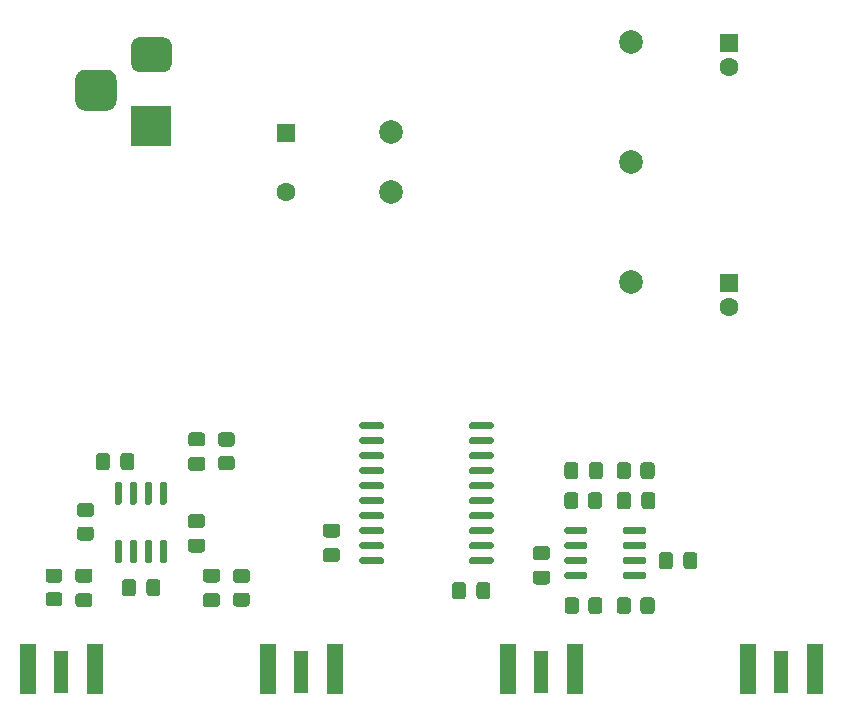
<source format=gbr>
%TF.GenerationSoftware,KiCad,Pcbnew,(5.1.9)-1*%
%TF.CreationDate,2021-05-02T14:53:51-04:00*%
%TF.ProjectId,openEPR_Lock-In,6f70656e-4550-4525-9f4c-6f636b2d496e,rev?*%
%TF.SameCoordinates,Original*%
%TF.FileFunction,Soldermask,Top*%
%TF.FilePolarity,Negative*%
%FSLAX46Y46*%
G04 Gerber Fmt 4.6, Leading zero omitted, Abs format (unit mm)*
G04 Created by KiCad (PCBNEW (5.1.9)-1) date 2021-05-02 14:53:51*
%MOMM*%
%LPD*%
G01*
G04 APERTURE LIST*
%ADD10C,2.000000*%
%ADD11R,1.350000X4.200000*%
%ADD12R,1.270000X3.600000*%
%ADD13R,3.500000X3.500000*%
%ADD14R,1.600000X1.600000*%
%ADD15C,1.600000*%
G04 APERTURE END LIST*
%TO.C,R7*%
G36*
G01*
X88992000Y-78289999D02*
X88992000Y-79190001D01*
G75*
G02*
X88742001Y-79440000I-249999J0D01*
G01*
X88041999Y-79440000D01*
G75*
G02*
X87792000Y-79190001I0J249999D01*
G01*
X87792000Y-78289999D01*
G75*
G02*
X88041999Y-78040000I249999J0D01*
G01*
X88742001Y-78040000D01*
G75*
G02*
X88992000Y-78289999I0J-249999D01*
G01*
G37*
G36*
G01*
X86992000Y-78289999D02*
X86992000Y-79190001D01*
G75*
G02*
X86742001Y-79440000I-249999J0D01*
G01*
X86041999Y-79440000D01*
G75*
G02*
X85792000Y-79190001I0J249999D01*
G01*
X85792000Y-78289999D01*
G75*
G02*
X86041999Y-78040000I249999J0D01*
G01*
X86742001Y-78040000D01*
G75*
G02*
X86992000Y-78289999I0J-249999D01*
G01*
G37*
%TD*%
D10*
%TO.C,U4*%
X71120000Y-38608000D03*
X71120000Y-43688000D03*
X91440000Y-51308000D03*
X91440000Y-41148000D03*
X91440000Y-30988000D03*
%TD*%
%TO.C,C1*%
G36*
G01*
X44610000Y-75612500D02*
X45560000Y-75612500D01*
G75*
G02*
X45810000Y-75862500I0J-250000D01*
G01*
X45810000Y-76537500D01*
G75*
G02*
X45560000Y-76787500I-250000J0D01*
G01*
X44610000Y-76787500D01*
G75*
G02*
X44360000Y-76537500I0J250000D01*
G01*
X44360000Y-75862500D01*
G75*
G02*
X44610000Y-75612500I250000J0D01*
G01*
G37*
G36*
G01*
X44610000Y-77687500D02*
X45560000Y-77687500D01*
G75*
G02*
X45810000Y-77937500I0J-250000D01*
G01*
X45810000Y-78612500D01*
G75*
G02*
X45560000Y-78862500I-250000J0D01*
G01*
X44610000Y-78862500D01*
G75*
G02*
X44360000Y-78612500I0J250000D01*
G01*
X44360000Y-77937500D01*
G75*
G02*
X44610000Y-77687500I250000J0D01*
G01*
G37*
%TD*%
%TO.C,C2*%
G36*
G01*
X49482500Y-76741000D02*
X49482500Y-77691000D01*
G75*
G02*
X49232500Y-77941000I-250000J0D01*
G01*
X48557500Y-77941000D01*
G75*
G02*
X48307500Y-77691000I0J250000D01*
G01*
X48307500Y-76741000D01*
G75*
G02*
X48557500Y-76491000I250000J0D01*
G01*
X49232500Y-76491000D01*
G75*
G02*
X49482500Y-76741000I0J-250000D01*
G01*
G37*
G36*
G01*
X51557500Y-76741000D02*
X51557500Y-77691000D01*
G75*
G02*
X51307500Y-77941000I-250000J0D01*
G01*
X50632500Y-77941000D01*
G75*
G02*
X50382500Y-77691000I0J250000D01*
G01*
X50382500Y-76741000D01*
G75*
G02*
X50632500Y-76491000I250000J0D01*
G01*
X51307500Y-76491000D01*
G75*
G02*
X51557500Y-76741000I0J-250000D01*
G01*
G37*
%TD*%
%TO.C,C3*%
G36*
G01*
X56355000Y-76787500D02*
X55405000Y-76787500D01*
G75*
G02*
X55155000Y-76537500I0J250000D01*
G01*
X55155000Y-75862500D01*
G75*
G02*
X55405000Y-75612500I250000J0D01*
G01*
X56355000Y-75612500D01*
G75*
G02*
X56605000Y-75862500I0J-250000D01*
G01*
X56605000Y-76537500D01*
G75*
G02*
X56355000Y-76787500I-250000J0D01*
G01*
G37*
G36*
G01*
X56355000Y-78862500D02*
X55405000Y-78862500D01*
G75*
G02*
X55155000Y-78612500I0J250000D01*
G01*
X55155000Y-77937500D01*
G75*
G02*
X55405000Y-77687500I250000J0D01*
G01*
X56355000Y-77687500D01*
G75*
G02*
X56605000Y-77937500I0J-250000D01*
G01*
X56605000Y-78612500D01*
G75*
G02*
X56355000Y-78862500I-250000J0D01*
G01*
G37*
%TD*%
%TO.C,C4*%
G36*
G01*
X93467500Y-69375000D02*
X93467500Y-70325000D01*
G75*
G02*
X93217500Y-70575000I-250000J0D01*
G01*
X92542500Y-70575000D01*
G75*
G02*
X92292500Y-70325000I0J250000D01*
G01*
X92292500Y-69375000D01*
G75*
G02*
X92542500Y-69125000I250000J0D01*
G01*
X93217500Y-69125000D01*
G75*
G02*
X93467500Y-69375000I0J-250000D01*
G01*
G37*
G36*
G01*
X91392500Y-69375000D02*
X91392500Y-70325000D01*
G75*
G02*
X91142500Y-70575000I-250000J0D01*
G01*
X90467500Y-70575000D01*
G75*
G02*
X90217500Y-70325000I0J250000D01*
G01*
X90217500Y-69375000D01*
G75*
G02*
X90467500Y-69125000I250000J0D01*
G01*
X91142500Y-69125000D01*
G75*
G02*
X91392500Y-69375000I0J-250000D01*
G01*
G37*
%TD*%
%TO.C,C5*%
G36*
G01*
X54160400Y-64080900D02*
X55110400Y-64080900D01*
G75*
G02*
X55360400Y-64330900I0J-250000D01*
G01*
X55360400Y-65005900D01*
G75*
G02*
X55110400Y-65255900I-250000J0D01*
G01*
X54160400Y-65255900D01*
G75*
G02*
X53910400Y-65005900I0J250000D01*
G01*
X53910400Y-64330900D01*
G75*
G02*
X54160400Y-64080900I250000J0D01*
G01*
G37*
G36*
G01*
X54160400Y-66155900D02*
X55110400Y-66155900D01*
G75*
G02*
X55360400Y-66405900I0J-250000D01*
G01*
X55360400Y-67080900D01*
G75*
G02*
X55110400Y-67330900I-250000J0D01*
G01*
X54160400Y-67330900D01*
G75*
G02*
X53910400Y-67080900I0J250000D01*
G01*
X53910400Y-66405900D01*
G75*
G02*
X54160400Y-66155900I250000J0D01*
G01*
G37*
%TD*%
%TO.C,C6*%
G36*
G01*
X86947500Y-66835000D02*
X86947500Y-67785000D01*
G75*
G02*
X86697500Y-68035000I-250000J0D01*
G01*
X86022500Y-68035000D01*
G75*
G02*
X85772500Y-67785000I0J250000D01*
G01*
X85772500Y-66835000D01*
G75*
G02*
X86022500Y-66585000I250000J0D01*
G01*
X86697500Y-66585000D01*
G75*
G02*
X86947500Y-66835000I0J-250000D01*
G01*
G37*
G36*
G01*
X89022500Y-66835000D02*
X89022500Y-67785000D01*
G75*
G02*
X88772500Y-68035000I-250000J0D01*
G01*
X88097500Y-68035000D01*
G75*
G02*
X87847500Y-67785000I0J250000D01*
G01*
X87847500Y-66835000D01*
G75*
G02*
X88097500Y-66585000I250000J0D01*
G01*
X88772500Y-66585000D01*
G75*
G02*
X89022500Y-66835000I0J-250000D01*
G01*
G37*
%TD*%
%TO.C,C8*%
G36*
G01*
X49355500Y-66073000D02*
X49355500Y-67023000D01*
G75*
G02*
X49105500Y-67273000I-250000J0D01*
G01*
X48430500Y-67273000D01*
G75*
G02*
X48180500Y-67023000I0J250000D01*
G01*
X48180500Y-66073000D01*
G75*
G02*
X48430500Y-65823000I250000J0D01*
G01*
X49105500Y-65823000D01*
G75*
G02*
X49355500Y-66073000I0J-250000D01*
G01*
G37*
G36*
G01*
X47280500Y-66073000D02*
X47280500Y-67023000D01*
G75*
G02*
X47030500Y-67273000I-250000J0D01*
G01*
X46355500Y-67273000D01*
G75*
G02*
X46105500Y-67023000I0J250000D01*
G01*
X46105500Y-66073000D01*
G75*
G02*
X46355500Y-65823000I250000J0D01*
G01*
X47030500Y-65823000D01*
G75*
G02*
X47280500Y-66073000I0J-250000D01*
G01*
G37*
%TD*%
%TO.C,C10*%
G36*
G01*
X95848500Y-75405000D02*
X95848500Y-74455000D01*
G75*
G02*
X96098500Y-74205000I250000J0D01*
G01*
X96773500Y-74205000D01*
G75*
G02*
X97023500Y-74455000I0J-250000D01*
G01*
X97023500Y-75405000D01*
G75*
G02*
X96773500Y-75655000I-250000J0D01*
G01*
X96098500Y-75655000D01*
G75*
G02*
X95848500Y-75405000I0J250000D01*
G01*
G37*
G36*
G01*
X93773500Y-75405000D02*
X93773500Y-74455000D01*
G75*
G02*
X94023500Y-74205000I250000J0D01*
G01*
X94698500Y-74205000D01*
G75*
G02*
X94948500Y-74455000I0J-250000D01*
G01*
X94948500Y-75405000D01*
G75*
G02*
X94698500Y-75655000I-250000J0D01*
G01*
X94023500Y-75655000D01*
G75*
G02*
X93773500Y-75405000I0J250000D01*
G01*
G37*
%TD*%
%TO.C,C12*%
G36*
G01*
X79497500Y-76995000D02*
X79497500Y-77945000D01*
G75*
G02*
X79247500Y-78195000I-250000J0D01*
G01*
X78572500Y-78195000D01*
G75*
G02*
X78322500Y-77945000I0J250000D01*
G01*
X78322500Y-76995000D01*
G75*
G02*
X78572500Y-76745000I250000J0D01*
G01*
X79247500Y-76745000D01*
G75*
G02*
X79497500Y-76995000I0J-250000D01*
G01*
G37*
G36*
G01*
X77422500Y-76995000D02*
X77422500Y-77945000D01*
G75*
G02*
X77172500Y-78195000I-250000J0D01*
G01*
X76497500Y-78195000D01*
G75*
G02*
X76247500Y-77945000I0J250000D01*
G01*
X76247500Y-76995000D01*
G75*
G02*
X76497500Y-76745000I250000J0D01*
G01*
X77172500Y-76745000D01*
G75*
G02*
X77422500Y-76995000I0J-250000D01*
G01*
G37*
%TD*%
D11*
%TO.C,J1*%
X60675000Y-84128000D03*
X66325000Y-84128000D03*
D12*
X63500000Y-84328000D03*
%TD*%
%TO.C,J2*%
X43180000Y-84328000D03*
D11*
X46005000Y-84128000D03*
X40355000Y-84128000D03*
%TD*%
%TO.C,J3*%
X101315000Y-84128000D03*
X106965000Y-84128000D03*
D12*
X104140000Y-84328000D03*
%TD*%
D13*
%TO.C,J4*%
X50800000Y-38100000D03*
G36*
G01*
X49800000Y-30600000D02*
X51800000Y-30600000D01*
G75*
G02*
X52550000Y-31350000I0J-750000D01*
G01*
X52550000Y-32850000D01*
G75*
G02*
X51800000Y-33600000I-750000J0D01*
G01*
X49800000Y-33600000D01*
G75*
G02*
X49050000Y-32850000I0J750000D01*
G01*
X49050000Y-31350000D01*
G75*
G02*
X49800000Y-30600000I750000J0D01*
G01*
G37*
G36*
G01*
X45225000Y-33350000D02*
X46975000Y-33350000D01*
G75*
G02*
X47850000Y-34225000I0J-875000D01*
G01*
X47850000Y-35975000D01*
G75*
G02*
X46975000Y-36850000I-875000J0D01*
G01*
X45225000Y-36850000D01*
G75*
G02*
X44350000Y-35975000I0J875000D01*
G01*
X44350000Y-34225000D01*
G75*
G02*
X45225000Y-33350000I875000J0D01*
G01*
G37*
%TD*%
%TO.C,R1*%
G36*
G01*
X42094999Y-75600000D02*
X42995001Y-75600000D01*
G75*
G02*
X43245000Y-75849999I0J-249999D01*
G01*
X43245000Y-76550001D01*
G75*
G02*
X42995001Y-76800000I-249999J0D01*
G01*
X42094999Y-76800000D01*
G75*
G02*
X41845000Y-76550001I0J249999D01*
G01*
X41845000Y-75849999D01*
G75*
G02*
X42094999Y-75600000I249999J0D01*
G01*
G37*
G36*
G01*
X42094999Y-77600000D02*
X42995001Y-77600000D01*
G75*
G02*
X43245000Y-77849999I0J-249999D01*
G01*
X43245000Y-78550001D01*
G75*
G02*
X42995001Y-78800000I-249999J0D01*
G01*
X42094999Y-78800000D01*
G75*
G02*
X41845000Y-78550001I0J249999D01*
G01*
X41845000Y-77849999D01*
G75*
G02*
X42094999Y-77600000I249999J0D01*
G01*
G37*
%TD*%
%TO.C,R2*%
G36*
G01*
X57969999Y-77632000D02*
X58870001Y-77632000D01*
G75*
G02*
X59120000Y-77881999I0J-249999D01*
G01*
X59120000Y-78582001D01*
G75*
G02*
X58870001Y-78832000I-249999J0D01*
G01*
X57969999Y-78832000D01*
G75*
G02*
X57720000Y-78582001I0J249999D01*
G01*
X57720000Y-77881999D01*
G75*
G02*
X57969999Y-77632000I249999J0D01*
G01*
G37*
G36*
G01*
X57969999Y-75632000D02*
X58870001Y-75632000D01*
G75*
G02*
X59120000Y-75881999I0J-249999D01*
G01*
X59120000Y-76582001D01*
G75*
G02*
X58870001Y-76832000I-249999J0D01*
G01*
X57969999Y-76832000D01*
G75*
G02*
X57720000Y-76582001I0J249999D01*
G01*
X57720000Y-75881999D01*
G75*
G02*
X57969999Y-75632000I249999J0D01*
G01*
G37*
%TD*%
%TO.C,R3*%
G36*
G01*
X44761999Y-72044000D02*
X45662001Y-72044000D01*
G75*
G02*
X45912000Y-72293999I0J-249999D01*
G01*
X45912000Y-72994001D01*
G75*
G02*
X45662001Y-73244000I-249999J0D01*
G01*
X44761999Y-73244000D01*
G75*
G02*
X44512000Y-72994001I0J249999D01*
G01*
X44512000Y-72293999D01*
G75*
G02*
X44761999Y-72044000I249999J0D01*
G01*
G37*
G36*
G01*
X44761999Y-70044000D02*
X45662001Y-70044000D01*
G75*
G02*
X45912000Y-70293999I0J-249999D01*
G01*
X45912000Y-70994001D01*
G75*
G02*
X45662001Y-71244000I-249999J0D01*
G01*
X44761999Y-71244000D01*
G75*
G02*
X44512000Y-70994001I0J249999D01*
G01*
X44512000Y-70293999D01*
G75*
G02*
X44761999Y-70044000I249999J0D01*
G01*
G37*
%TD*%
%TO.C,R4*%
G36*
G01*
X91405000Y-66859999D02*
X91405000Y-67760001D01*
G75*
G02*
X91155001Y-68010000I-249999J0D01*
G01*
X90454999Y-68010000D01*
G75*
G02*
X90205000Y-67760001I0J249999D01*
G01*
X90205000Y-66859999D01*
G75*
G02*
X90454999Y-66610000I249999J0D01*
G01*
X91155001Y-66610000D01*
G75*
G02*
X91405000Y-66859999I0J-249999D01*
G01*
G37*
G36*
G01*
X93405000Y-66859999D02*
X93405000Y-67760001D01*
G75*
G02*
X93155001Y-68010000I-249999J0D01*
G01*
X92454999Y-68010000D01*
G75*
G02*
X92205000Y-67760001I0J249999D01*
G01*
X92205000Y-66859999D01*
G75*
G02*
X92454999Y-66610000I249999J0D01*
G01*
X93155001Y-66610000D01*
G75*
G02*
X93405000Y-66859999I0J-249999D01*
G01*
G37*
%TD*%
%TO.C,R5*%
G36*
G01*
X88960000Y-69399999D02*
X88960000Y-70300001D01*
G75*
G02*
X88710001Y-70550000I-249999J0D01*
G01*
X88009999Y-70550000D01*
G75*
G02*
X87760000Y-70300001I0J249999D01*
G01*
X87760000Y-69399999D01*
G75*
G02*
X88009999Y-69150000I249999J0D01*
G01*
X88710001Y-69150000D01*
G75*
G02*
X88960000Y-69399999I0J-249999D01*
G01*
G37*
G36*
G01*
X86960000Y-69399999D02*
X86960000Y-70300001D01*
G75*
G02*
X86710001Y-70550000I-249999J0D01*
G01*
X86009999Y-70550000D01*
G75*
G02*
X85760000Y-70300001I0J249999D01*
G01*
X85760000Y-69399999D01*
G75*
G02*
X86009999Y-69150000I249999J0D01*
G01*
X86710001Y-69150000D01*
G75*
G02*
X86960000Y-69399999I0J-249999D01*
G01*
G37*
%TD*%
%TO.C,R6*%
G36*
G01*
X57600001Y-67275000D02*
X56699999Y-67275000D01*
G75*
G02*
X56450000Y-67025001I0J249999D01*
G01*
X56450000Y-66324999D01*
G75*
G02*
X56699999Y-66075000I249999J0D01*
G01*
X57600001Y-66075000D01*
G75*
G02*
X57850000Y-66324999I0J-249999D01*
G01*
X57850000Y-67025001D01*
G75*
G02*
X57600001Y-67275000I-249999J0D01*
G01*
G37*
G36*
G01*
X57600001Y-65275000D02*
X56699999Y-65275000D01*
G75*
G02*
X56450000Y-65025001I0J249999D01*
G01*
X56450000Y-64324999D01*
G75*
G02*
X56699999Y-64075000I249999J0D01*
G01*
X57600001Y-64075000D01*
G75*
G02*
X57850000Y-64324999I0J-249999D01*
G01*
X57850000Y-65025001D01*
G75*
G02*
X57600001Y-65275000I-249999J0D01*
G01*
G37*
%TD*%
%TO.C,U1*%
G36*
G01*
X90716000Y-72540000D02*
X90716000Y-72240000D01*
G75*
G02*
X90866000Y-72090000I150000J0D01*
G01*
X92516000Y-72090000D01*
G75*
G02*
X92666000Y-72240000I0J-150000D01*
G01*
X92666000Y-72540000D01*
G75*
G02*
X92516000Y-72690000I-150000J0D01*
G01*
X90866000Y-72690000D01*
G75*
G02*
X90716000Y-72540000I0J150000D01*
G01*
G37*
G36*
G01*
X90716000Y-73810000D02*
X90716000Y-73510000D01*
G75*
G02*
X90866000Y-73360000I150000J0D01*
G01*
X92516000Y-73360000D01*
G75*
G02*
X92666000Y-73510000I0J-150000D01*
G01*
X92666000Y-73810000D01*
G75*
G02*
X92516000Y-73960000I-150000J0D01*
G01*
X90866000Y-73960000D01*
G75*
G02*
X90716000Y-73810000I0J150000D01*
G01*
G37*
G36*
G01*
X90716000Y-75080000D02*
X90716000Y-74780000D01*
G75*
G02*
X90866000Y-74630000I150000J0D01*
G01*
X92516000Y-74630000D01*
G75*
G02*
X92666000Y-74780000I0J-150000D01*
G01*
X92666000Y-75080000D01*
G75*
G02*
X92516000Y-75230000I-150000J0D01*
G01*
X90866000Y-75230000D01*
G75*
G02*
X90716000Y-75080000I0J150000D01*
G01*
G37*
G36*
G01*
X90716000Y-76350000D02*
X90716000Y-76050000D01*
G75*
G02*
X90866000Y-75900000I150000J0D01*
G01*
X92516000Y-75900000D01*
G75*
G02*
X92666000Y-76050000I0J-150000D01*
G01*
X92666000Y-76350000D01*
G75*
G02*
X92516000Y-76500000I-150000J0D01*
G01*
X90866000Y-76500000D01*
G75*
G02*
X90716000Y-76350000I0J150000D01*
G01*
G37*
G36*
G01*
X85766000Y-76350000D02*
X85766000Y-76050000D01*
G75*
G02*
X85916000Y-75900000I150000J0D01*
G01*
X87566000Y-75900000D01*
G75*
G02*
X87716000Y-76050000I0J-150000D01*
G01*
X87716000Y-76350000D01*
G75*
G02*
X87566000Y-76500000I-150000J0D01*
G01*
X85916000Y-76500000D01*
G75*
G02*
X85766000Y-76350000I0J150000D01*
G01*
G37*
G36*
G01*
X85766000Y-75080000D02*
X85766000Y-74780000D01*
G75*
G02*
X85916000Y-74630000I150000J0D01*
G01*
X87566000Y-74630000D01*
G75*
G02*
X87716000Y-74780000I0J-150000D01*
G01*
X87716000Y-75080000D01*
G75*
G02*
X87566000Y-75230000I-150000J0D01*
G01*
X85916000Y-75230000D01*
G75*
G02*
X85766000Y-75080000I0J150000D01*
G01*
G37*
G36*
G01*
X85766000Y-73810000D02*
X85766000Y-73510000D01*
G75*
G02*
X85916000Y-73360000I150000J0D01*
G01*
X87566000Y-73360000D01*
G75*
G02*
X87716000Y-73510000I0J-150000D01*
G01*
X87716000Y-73810000D01*
G75*
G02*
X87566000Y-73960000I-150000J0D01*
G01*
X85916000Y-73960000D01*
G75*
G02*
X85766000Y-73810000I0J150000D01*
G01*
G37*
G36*
G01*
X85766000Y-72540000D02*
X85766000Y-72240000D01*
G75*
G02*
X85916000Y-72090000I150000J0D01*
G01*
X87566000Y-72090000D01*
G75*
G02*
X87716000Y-72240000I0J-150000D01*
G01*
X87716000Y-72540000D01*
G75*
G02*
X87566000Y-72690000I-150000J0D01*
G01*
X85916000Y-72690000D01*
G75*
G02*
X85766000Y-72540000I0J150000D01*
G01*
G37*
%TD*%
%TO.C,U2*%
G36*
G01*
X48156000Y-75143000D02*
X47856000Y-75143000D01*
G75*
G02*
X47706000Y-74993000I0J150000D01*
G01*
X47706000Y-73343000D01*
G75*
G02*
X47856000Y-73193000I150000J0D01*
G01*
X48156000Y-73193000D01*
G75*
G02*
X48306000Y-73343000I0J-150000D01*
G01*
X48306000Y-74993000D01*
G75*
G02*
X48156000Y-75143000I-150000J0D01*
G01*
G37*
G36*
G01*
X49426000Y-75143000D02*
X49126000Y-75143000D01*
G75*
G02*
X48976000Y-74993000I0J150000D01*
G01*
X48976000Y-73343000D01*
G75*
G02*
X49126000Y-73193000I150000J0D01*
G01*
X49426000Y-73193000D01*
G75*
G02*
X49576000Y-73343000I0J-150000D01*
G01*
X49576000Y-74993000D01*
G75*
G02*
X49426000Y-75143000I-150000J0D01*
G01*
G37*
G36*
G01*
X50696000Y-75143000D02*
X50396000Y-75143000D01*
G75*
G02*
X50246000Y-74993000I0J150000D01*
G01*
X50246000Y-73343000D01*
G75*
G02*
X50396000Y-73193000I150000J0D01*
G01*
X50696000Y-73193000D01*
G75*
G02*
X50846000Y-73343000I0J-150000D01*
G01*
X50846000Y-74993000D01*
G75*
G02*
X50696000Y-75143000I-150000J0D01*
G01*
G37*
G36*
G01*
X51966000Y-75143000D02*
X51666000Y-75143000D01*
G75*
G02*
X51516000Y-74993000I0J150000D01*
G01*
X51516000Y-73343000D01*
G75*
G02*
X51666000Y-73193000I150000J0D01*
G01*
X51966000Y-73193000D01*
G75*
G02*
X52116000Y-73343000I0J-150000D01*
G01*
X52116000Y-74993000D01*
G75*
G02*
X51966000Y-75143000I-150000J0D01*
G01*
G37*
G36*
G01*
X51966000Y-70193000D02*
X51666000Y-70193000D01*
G75*
G02*
X51516000Y-70043000I0J150000D01*
G01*
X51516000Y-68393000D01*
G75*
G02*
X51666000Y-68243000I150000J0D01*
G01*
X51966000Y-68243000D01*
G75*
G02*
X52116000Y-68393000I0J-150000D01*
G01*
X52116000Y-70043000D01*
G75*
G02*
X51966000Y-70193000I-150000J0D01*
G01*
G37*
G36*
G01*
X50696000Y-70193000D02*
X50396000Y-70193000D01*
G75*
G02*
X50246000Y-70043000I0J150000D01*
G01*
X50246000Y-68393000D01*
G75*
G02*
X50396000Y-68243000I150000J0D01*
G01*
X50696000Y-68243000D01*
G75*
G02*
X50846000Y-68393000I0J-150000D01*
G01*
X50846000Y-70043000D01*
G75*
G02*
X50696000Y-70193000I-150000J0D01*
G01*
G37*
G36*
G01*
X49426000Y-70193000D02*
X49126000Y-70193000D01*
G75*
G02*
X48976000Y-70043000I0J150000D01*
G01*
X48976000Y-68393000D01*
G75*
G02*
X49126000Y-68243000I150000J0D01*
G01*
X49426000Y-68243000D01*
G75*
G02*
X49576000Y-68393000I0J-150000D01*
G01*
X49576000Y-70043000D01*
G75*
G02*
X49426000Y-70193000I-150000J0D01*
G01*
G37*
G36*
G01*
X48156000Y-70193000D02*
X47856000Y-70193000D01*
G75*
G02*
X47706000Y-70043000I0J150000D01*
G01*
X47706000Y-68393000D01*
G75*
G02*
X47856000Y-68243000I150000J0D01*
G01*
X48156000Y-68243000D01*
G75*
G02*
X48306000Y-68393000I0J-150000D01*
G01*
X48306000Y-70043000D01*
G75*
G02*
X48156000Y-70193000I-150000J0D01*
G01*
G37*
%TD*%
%TO.C,U3*%
G36*
G01*
X68415000Y-63650000D02*
X68415000Y-63350000D01*
G75*
G02*
X68565000Y-63200000I150000J0D01*
G01*
X70315000Y-63200000D01*
G75*
G02*
X70465000Y-63350000I0J-150000D01*
G01*
X70465000Y-63650000D01*
G75*
G02*
X70315000Y-63800000I-150000J0D01*
G01*
X68565000Y-63800000D01*
G75*
G02*
X68415000Y-63650000I0J150000D01*
G01*
G37*
G36*
G01*
X68415000Y-64920000D02*
X68415000Y-64620000D01*
G75*
G02*
X68565000Y-64470000I150000J0D01*
G01*
X70315000Y-64470000D01*
G75*
G02*
X70465000Y-64620000I0J-150000D01*
G01*
X70465000Y-64920000D01*
G75*
G02*
X70315000Y-65070000I-150000J0D01*
G01*
X68565000Y-65070000D01*
G75*
G02*
X68415000Y-64920000I0J150000D01*
G01*
G37*
G36*
G01*
X68415000Y-66190000D02*
X68415000Y-65890000D01*
G75*
G02*
X68565000Y-65740000I150000J0D01*
G01*
X70315000Y-65740000D01*
G75*
G02*
X70465000Y-65890000I0J-150000D01*
G01*
X70465000Y-66190000D01*
G75*
G02*
X70315000Y-66340000I-150000J0D01*
G01*
X68565000Y-66340000D01*
G75*
G02*
X68415000Y-66190000I0J150000D01*
G01*
G37*
G36*
G01*
X68415000Y-67460000D02*
X68415000Y-67160000D01*
G75*
G02*
X68565000Y-67010000I150000J0D01*
G01*
X70315000Y-67010000D01*
G75*
G02*
X70465000Y-67160000I0J-150000D01*
G01*
X70465000Y-67460000D01*
G75*
G02*
X70315000Y-67610000I-150000J0D01*
G01*
X68565000Y-67610000D01*
G75*
G02*
X68415000Y-67460000I0J150000D01*
G01*
G37*
G36*
G01*
X68415000Y-68730000D02*
X68415000Y-68430000D01*
G75*
G02*
X68565000Y-68280000I150000J0D01*
G01*
X70315000Y-68280000D01*
G75*
G02*
X70465000Y-68430000I0J-150000D01*
G01*
X70465000Y-68730000D01*
G75*
G02*
X70315000Y-68880000I-150000J0D01*
G01*
X68565000Y-68880000D01*
G75*
G02*
X68415000Y-68730000I0J150000D01*
G01*
G37*
G36*
G01*
X68415000Y-70000000D02*
X68415000Y-69700000D01*
G75*
G02*
X68565000Y-69550000I150000J0D01*
G01*
X70315000Y-69550000D01*
G75*
G02*
X70465000Y-69700000I0J-150000D01*
G01*
X70465000Y-70000000D01*
G75*
G02*
X70315000Y-70150000I-150000J0D01*
G01*
X68565000Y-70150000D01*
G75*
G02*
X68415000Y-70000000I0J150000D01*
G01*
G37*
G36*
G01*
X68415000Y-71270000D02*
X68415000Y-70970000D01*
G75*
G02*
X68565000Y-70820000I150000J0D01*
G01*
X70315000Y-70820000D01*
G75*
G02*
X70465000Y-70970000I0J-150000D01*
G01*
X70465000Y-71270000D01*
G75*
G02*
X70315000Y-71420000I-150000J0D01*
G01*
X68565000Y-71420000D01*
G75*
G02*
X68415000Y-71270000I0J150000D01*
G01*
G37*
G36*
G01*
X68415000Y-72540000D02*
X68415000Y-72240000D01*
G75*
G02*
X68565000Y-72090000I150000J0D01*
G01*
X70315000Y-72090000D01*
G75*
G02*
X70465000Y-72240000I0J-150000D01*
G01*
X70465000Y-72540000D01*
G75*
G02*
X70315000Y-72690000I-150000J0D01*
G01*
X68565000Y-72690000D01*
G75*
G02*
X68415000Y-72540000I0J150000D01*
G01*
G37*
G36*
G01*
X68415000Y-73810000D02*
X68415000Y-73510000D01*
G75*
G02*
X68565000Y-73360000I150000J0D01*
G01*
X70315000Y-73360000D01*
G75*
G02*
X70465000Y-73510000I0J-150000D01*
G01*
X70465000Y-73810000D01*
G75*
G02*
X70315000Y-73960000I-150000J0D01*
G01*
X68565000Y-73960000D01*
G75*
G02*
X68415000Y-73810000I0J150000D01*
G01*
G37*
G36*
G01*
X68415000Y-75080000D02*
X68415000Y-74780000D01*
G75*
G02*
X68565000Y-74630000I150000J0D01*
G01*
X70315000Y-74630000D01*
G75*
G02*
X70465000Y-74780000I0J-150000D01*
G01*
X70465000Y-75080000D01*
G75*
G02*
X70315000Y-75230000I-150000J0D01*
G01*
X68565000Y-75230000D01*
G75*
G02*
X68415000Y-75080000I0J150000D01*
G01*
G37*
G36*
G01*
X77715000Y-75080000D02*
X77715000Y-74780000D01*
G75*
G02*
X77865000Y-74630000I150000J0D01*
G01*
X79615000Y-74630000D01*
G75*
G02*
X79765000Y-74780000I0J-150000D01*
G01*
X79765000Y-75080000D01*
G75*
G02*
X79615000Y-75230000I-150000J0D01*
G01*
X77865000Y-75230000D01*
G75*
G02*
X77715000Y-75080000I0J150000D01*
G01*
G37*
G36*
G01*
X77715000Y-73810000D02*
X77715000Y-73510000D01*
G75*
G02*
X77865000Y-73360000I150000J0D01*
G01*
X79615000Y-73360000D01*
G75*
G02*
X79765000Y-73510000I0J-150000D01*
G01*
X79765000Y-73810000D01*
G75*
G02*
X79615000Y-73960000I-150000J0D01*
G01*
X77865000Y-73960000D01*
G75*
G02*
X77715000Y-73810000I0J150000D01*
G01*
G37*
G36*
G01*
X77715000Y-72540000D02*
X77715000Y-72240000D01*
G75*
G02*
X77865000Y-72090000I150000J0D01*
G01*
X79615000Y-72090000D01*
G75*
G02*
X79765000Y-72240000I0J-150000D01*
G01*
X79765000Y-72540000D01*
G75*
G02*
X79615000Y-72690000I-150000J0D01*
G01*
X77865000Y-72690000D01*
G75*
G02*
X77715000Y-72540000I0J150000D01*
G01*
G37*
G36*
G01*
X77715000Y-71270000D02*
X77715000Y-70970000D01*
G75*
G02*
X77865000Y-70820000I150000J0D01*
G01*
X79615000Y-70820000D01*
G75*
G02*
X79765000Y-70970000I0J-150000D01*
G01*
X79765000Y-71270000D01*
G75*
G02*
X79615000Y-71420000I-150000J0D01*
G01*
X77865000Y-71420000D01*
G75*
G02*
X77715000Y-71270000I0J150000D01*
G01*
G37*
G36*
G01*
X77715000Y-70000000D02*
X77715000Y-69700000D01*
G75*
G02*
X77865000Y-69550000I150000J0D01*
G01*
X79615000Y-69550000D01*
G75*
G02*
X79765000Y-69700000I0J-150000D01*
G01*
X79765000Y-70000000D01*
G75*
G02*
X79615000Y-70150000I-150000J0D01*
G01*
X77865000Y-70150000D01*
G75*
G02*
X77715000Y-70000000I0J150000D01*
G01*
G37*
G36*
G01*
X77715000Y-68730000D02*
X77715000Y-68430000D01*
G75*
G02*
X77865000Y-68280000I150000J0D01*
G01*
X79615000Y-68280000D01*
G75*
G02*
X79765000Y-68430000I0J-150000D01*
G01*
X79765000Y-68730000D01*
G75*
G02*
X79615000Y-68880000I-150000J0D01*
G01*
X77865000Y-68880000D01*
G75*
G02*
X77715000Y-68730000I0J150000D01*
G01*
G37*
G36*
G01*
X77715000Y-67460000D02*
X77715000Y-67160000D01*
G75*
G02*
X77865000Y-67010000I150000J0D01*
G01*
X79615000Y-67010000D01*
G75*
G02*
X79765000Y-67160000I0J-150000D01*
G01*
X79765000Y-67460000D01*
G75*
G02*
X79615000Y-67610000I-150000J0D01*
G01*
X77865000Y-67610000D01*
G75*
G02*
X77715000Y-67460000I0J150000D01*
G01*
G37*
G36*
G01*
X77715000Y-66190000D02*
X77715000Y-65890000D01*
G75*
G02*
X77865000Y-65740000I150000J0D01*
G01*
X79615000Y-65740000D01*
G75*
G02*
X79765000Y-65890000I0J-150000D01*
G01*
X79765000Y-66190000D01*
G75*
G02*
X79615000Y-66340000I-150000J0D01*
G01*
X77865000Y-66340000D01*
G75*
G02*
X77715000Y-66190000I0J150000D01*
G01*
G37*
G36*
G01*
X77715000Y-64920000D02*
X77715000Y-64620000D01*
G75*
G02*
X77865000Y-64470000I150000J0D01*
G01*
X79615000Y-64470000D01*
G75*
G02*
X79765000Y-64620000I0J-150000D01*
G01*
X79765000Y-64920000D01*
G75*
G02*
X79615000Y-65070000I-150000J0D01*
G01*
X77865000Y-65070000D01*
G75*
G02*
X77715000Y-64920000I0J150000D01*
G01*
G37*
G36*
G01*
X77715000Y-63650000D02*
X77715000Y-63350000D01*
G75*
G02*
X77865000Y-63200000I150000J0D01*
G01*
X79615000Y-63200000D01*
G75*
G02*
X79765000Y-63350000I0J-150000D01*
G01*
X79765000Y-63650000D01*
G75*
G02*
X79615000Y-63800000I-150000J0D01*
G01*
X77865000Y-63800000D01*
G75*
G02*
X77715000Y-63650000I0J150000D01*
G01*
G37*
%TD*%
D11*
%TO.C,J5*%
X80995000Y-84128000D03*
X86645000Y-84128000D03*
D12*
X83820000Y-84328000D03*
%TD*%
%TO.C,C13*%
G36*
G01*
X55085000Y-72172500D02*
X54135000Y-72172500D01*
G75*
G02*
X53885000Y-71922500I0J250000D01*
G01*
X53885000Y-71247500D01*
G75*
G02*
X54135000Y-70997500I250000J0D01*
G01*
X55085000Y-70997500D01*
G75*
G02*
X55335000Y-71247500I0J-250000D01*
G01*
X55335000Y-71922500D01*
G75*
G02*
X55085000Y-72172500I-250000J0D01*
G01*
G37*
G36*
G01*
X55085000Y-74247500D02*
X54135000Y-74247500D01*
G75*
G02*
X53885000Y-73997500I0J250000D01*
G01*
X53885000Y-73322500D01*
G75*
G02*
X54135000Y-73072500I250000J0D01*
G01*
X55085000Y-73072500D01*
G75*
G02*
X55335000Y-73322500I0J-250000D01*
G01*
X55335000Y-73997500D01*
G75*
G02*
X55085000Y-74247500I-250000J0D01*
G01*
G37*
%TD*%
%TO.C,C14*%
G36*
G01*
X65565000Y-71802500D02*
X66515000Y-71802500D01*
G75*
G02*
X66765000Y-72052500I0J-250000D01*
G01*
X66765000Y-72727500D01*
G75*
G02*
X66515000Y-72977500I-250000J0D01*
G01*
X65565000Y-72977500D01*
G75*
G02*
X65315000Y-72727500I0J250000D01*
G01*
X65315000Y-72052500D01*
G75*
G02*
X65565000Y-71802500I250000J0D01*
G01*
G37*
G36*
G01*
X65565000Y-73877500D02*
X66515000Y-73877500D01*
G75*
G02*
X66765000Y-74127500I0J-250000D01*
G01*
X66765000Y-74802500D01*
G75*
G02*
X66515000Y-75052500I-250000J0D01*
G01*
X65565000Y-75052500D01*
G75*
G02*
X65315000Y-74802500I0J250000D01*
G01*
X65315000Y-74127500D01*
G75*
G02*
X65565000Y-73877500I250000J0D01*
G01*
G37*
%TD*%
%TO.C,C15*%
G36*
G01*
X83345000Y-73707500D02*
X84295000Y-73707500D01*
G75*
G02*
X84545000Y-73957500I0J-250000D01*
G01*
X84545000Y-74632500D01*
G75*
G02*
X84295000Y-74882500I-250000J0D01*
G01*
X83345000Y-74882500D01*
G75*
G02*
X83095000Y-74632500I0J250000D01*
G01*
X83095000Y-73957500D01*
G75*
G02*
X83345000Y-73707500I250000J0D01*
G01*
G37*
G36*
G01*
X83345000Y-75782500D02*
X84295000Y-75782500D01*
G75*
G02*
X84545000Y-76032500I0J-250000D01*
G01*
X84545000Y-76707500D01*
G75*
G02*
X84295000Y-76957500I-250000J0D01*
G01*
X83345000Y-76957500D01*
G75*
G02*
X83095000Y-76707500I0J250000D01*
G01*
X83095000Y-76032500D01*
G75*
G02*
X83345000Y-75782500I250000J0D01*
G01*
G37*
%TD*%
D14*
%TO.C,C7*%
X62230000Y-38735000D03*
D15*
X62230000Y-43735000D03*
%TD*%
D14*
%TO.C,C9*%
X99695000Y-51435000D03*
D15*
X99695000Y-53435000D03*
%TD*%
%TO.C,C11*%
X99695000Y-33115000D03*
D14*
X99695000Y-31115000D03*
%TD*%
%TO.C,R8*%
G36*
G01*
X92205000Y-79190001D02*
X92205000Y-78289999D01*
G75*
G02*
X92454999Y-78040000I249999J0D01*
G01*
X93155001Y-78040000D01*
G75*
G02*
X93405000Y-78289999I0J-249999D01*
G01*
X93405000Y-79190001D01*
G75*
G02*
X93155001Y-79440000I-249999J0D01*
G01*
X92454999Y-79440000D01*
G75*
G02*
X92205000Y-79190001I0J249999D01*
G01*
G37*
G36*
G01*
X90205000Y-79190001D02*
X90205000Y-78289999D01*
G75*
G02*
X90454999Y-78040000I249999J0D01*
G01*
X91155001Y-78040000D01*
G75*
G02*
X91405000Y-78289999I0J-249999D01*
G01*
X91405000Y-79190001D01*
G75*
G02*
X91155001Y-79440000I-249999J0D01*
G01*
X90454999Y-79440000D01*
G75*
G02*
X90205000Y-79190001I0J249999D01*
G01*
G37*
%TD*%
M02*

</source>
